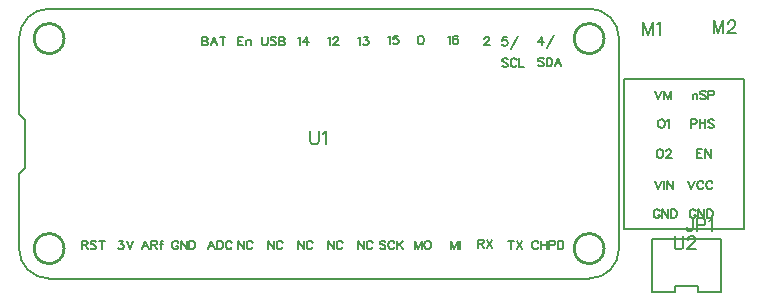
<source format=gto>
G04 Layer: TopSilkscreenLayer*
G04 EasyEDA v6.4.31, 2022-03-01 11:20:37*
G04 6713203271664cd18529d9af3764870e,10*
G04 Gerber Generator version 0.2*
G04 Scale: 100 percent, Rotated: No, Reflected: No *
G04 Dimensions in millimeters *
G04 leading zeros omitted , absolute positions ,4 integer and 5 decimal *
%FSLAX45Y45*%
%MOMM*%

%ADD10C,0.2540*%
%ADD18C,0.2032*%
%ADD19C,0.1524*%
%ADD20C,0.2007*%
%ADD21C,0.1520*%

%LPD*%
D19*
X6770370Y1182115D02*
G01*
X6770370Y1099057D01*
X6765036Y1083310D01*
X6759956Y1078229D01*
X6749541Y1073150D01*
X6739127Y1073150D01*
X6728713Y1078229D01*
X6723379Y1083310D01*
X6718300Y1099057D01*
X6718300Y1109471D01*
X6804659Y1182115D02*
G01*
X6804659Y1073150D01*
X6804659Y1182115D02*
G01*
X6851395Y1182115D01*
X6866890Y1177036D01*
X6871970Y1171702D01*
X6877304Y1161287D01*
X6877304Y1145794D01*
X6871970Y1135379D01*
X6866890Y1130300D01*
X6851395Y1124965D01*
X6804659Y1124965D01*
X6911593Y1161287D02*
G01*
X6922008Y1166621D01*
X6937502Y1182115D01*
X6937502Y1073150D01*
X1600200Y994155D02*
G01*
X1600200Y921257D01*
X1600200Y994155D02*
G01*
X1631442Y994155D01*
X1641855Y990600D01*
X1645157Y987044D01*
X1648713Y980186D01*
X1648713Y973328D01*
X1645157Y966470D01*
X1641855Y962913D01*
X1631442Y959357D01*
X1600200Y959357D01*
X1624329Y959357D02*
G01*
X1648713Y921257D01*
X1720087Y983742D02*
G01*
X1713229Y990600D01*
X1702815Y994155D01*
X1688845Y994155D01*
X1678431Y990600D01*
X1671573Y983742D01*
X1671573Y976629D01*
X1675129Y969771D01*
X1678431Y966470D01*
X1685289Y962913D01*
X1706118Y956055D01*
X1713229Y952500D01*
X1716531Y948944D01*
X1720087Y942086D01*
X1720087Y931671D01*
X1713229Y924813D01*
X1702815Y921257D01*
X1688845Y921257D01*
X1678431Y924813D01*
X1671573Y931671D01*
X1767078Y994155D02*
G01*
X1767078Y921257D01*
X1742947Y994155D02*
G01*
X1791462Y994155D01*
X2135886Y994155D02*
G01*
X2108200Y921257D01*
X2135886Y994155D02*
G01*
X2163572Y921257D01*
X2118613Y945642D02*
G01*
X2153158Y945642D01*
X2186431Y994155D02*
G01*
X2186431Y921257D01*
X2186431Y994155D02*
G01*
X2217674Y994155D01*
X2228088Y990600D01*
X2231390Y987044D01*
X2234945Y980186D01*
X2234945Y973328D01*
X2231390Y966470D01*
X2228088Y962913D01*
X2217674Y959357D01*
X2186431Y959357D01*
X2210815Y959357D02*
G01*
X2234945Y921257D01*
X2285491Y994155D02*
G01*
X2278634Y994155D01*
X2271775Y990600D01*
X2268220Y980186D01*
X2268220Y921257D01*
X2257806Y969771D02*
G01*
X2282190Y969771D01*
X1911857Y994155D02*
G01*
X1949958Y994155D01*
X1929129Y966470D01*
X1939543Y966470D01*
X1946656Y962913D01*
X1949958Y959357D01*
X1953513Y948944D01*
X1953513Y942086D01*
X1949958Y931671D01*
X1943100Y924813D01*
X1932686Y921257D01*
X1922271Y921257D01*
X1911857Y924813D01*
X1908555Y928370D01*
X1905000Y935228D01*
X1976374Y994155D02*
G01*
X2004059Y921257D01*
X2031745Y994155D02*
G01*
X2004059Y921257D01*
X3937000Y994155D02*
G01*
X3937000Y921257D01*
X3937000Y994155D02*
G01*
X3985513Y921257D01*
X3985513Y994155D02*
G01*
X3985513Y921257D01*
X4060190Y976629D02*
G01*
X4056888Y983742D01*
X4050029Y990600D01*
X4042918Y994155D01*
X4029202Y994155D01*
X4022090Y990600D01*
X4015231Y983742D01*
X4011929Y976629D01*
X4008374Y966470D01*
X4008374Y948944D01*
X4011929Y938529D01*
X4015231Y931671D01*
X4022090Y924813D01*
X4029202Y921257D01*
X4042918Y921257D01*
X4050029Y924813D01*
X4056888Y931671D01*
X4060190Y938529D01*
X3683000Y994155D02*
G01*
X3683000Y921257D01*
X3683000Y994155D02*
G01*
X3731513Y921257D01*
X3731513Y994155D02*
G01*
X3731513Y921257D01*
X3806190Y976629D02*
G01*
X3802888Y983742D01*
X3796029Y990600D01*
X3788918Y994155D01*
X3775202Y994155D01*
X3768090Y990600D01*
X3761231Y983742D01*
X3757929Y976629D01*
X3754374Y966470D01*
X3754374Y948944D01*
X3757929Y938529D01*
X3761231Y931671D01*
X3768090Y924813D01*
X3775202Y921257D01*
X3788918Y921257D01*
X3796029Y924813D01*
X3802888Y931671D01*
X3806190Y938529D01*
X3429000Y994155D02*
G01*
X3429000Y921257D01*
X3429000Y994155D02*
G01*
X3477513Y921257D01*
X3477513Y994155D02*
G01*
X3477513Y921257D01*
X3552190Y976629D02*
G01*
X3548888Y983742D01*
X3542029Y990600D01*
X3534918Y994155D01*
X3521202Y994155D01*
X3514090Y990600D01*
X3507231Y983742D01*
X3503929Y976629D01*
X3500374Y966470D01*
X3500374Y948944D01*
X3503929Y938529D01*
X3507231Y931671D01*
X3514090Y924813D01*
X3521202Y921257D01*
X3534918Y921257D01*
X3542029Y924813D01*
X3548888Y931671D01*
X3552190Y938529D01*
X3175000Y994155D02*
G01*
X3175000Y921257D01*
X3175000Y994155D02*
G01*
X3223513Y921257D01*
X3223513Y994155D02*
G01*
X3223513Y921257D01*
X3298190Y976629D02*
G01*
X3294888Y983742D01*
X3288029Y990600D01*
X3280918Y994155D01*
X3267202Y994155D01*
X3260090Y990600D01*
X3253231Y983742D01*
X3249929Y976629D01*
X3246374Y966470D01*
X3246374Y948944D01*
X3249929Y938529D01*
X3253231Y931671D01*
X3260090Y924813D01*
X3267202Y921257D01*
X3280918Y921257D01*
X3288029Y924813D01*
X3294888Y931671D01*
X3298190Y938529D01*
X2921000Y994155D02*
G01*
X2921000Y921257D01*
X2921000Y994155D02*
G01*
X2969513Y921257D01*
X2969513Y994155D02*
G01*
X2969513Y921257D01*
X3044190Y976629D02*
G01*
X3040888Y983742D01*
X3034029Y990600D01*
X3026918Y994155D01*
X3013202Y994155D01*
X3006090Y990600D01*
X2999231Y983742D01*
X2995929Y976629D01*
X2992374Y966470D01*
X2992374Y948944D01*
X2995929Y938529D01*
X2999231Y931671D01*
X3006090Y924813D01*
X3013202Y921257D01*
X3026918Y921257D01*
X3034029Y924813D01*
X3040888Y931671D01*
X3044190Y938529D01*
X2694686Y994155D02*
G01*
X2667000Y921257D01*
X2694686Y994155D02*
G01*
X2722372Y921257D01*
X2677413Y945642D02*
G01*
X2711958Y945642D01*
X2745231Y994155D02*
G01*
X2745231Y921257D01*
X2745231Y994155D02*
G01*
X2769615Y994155D01*
X2780029Y990600D01*
X2786888Y983742D01*
X2790190Y976629D01*
X2793745Y966470D01*
X2793745Y948944D01*
X2790190Y938529D01*
X2786888Y931671D01*
X2780029Y924813D01*
X2769615Y921257D01*
X2745231Y921257D01*
X2868675Y976629D02*
G01*
X2865120Y983742D01*
X2858261Y990600D01*
X2851150Y994155D01*
X2837434Y994155D01*
X2830575Y990600D01*
X2823463Y983742D01*
X2820161Y976629D01*
X2816606Y966470D01*
X2816606Y948944D01*
X2820161Y938529D01*
X2823463Y931671D01*
X2830575Y924813D01*
X2837434Y921257D01*
X2851150Y921257D01*
X2858261Y924813D01*
X2865120Y931671D01*
X2868675Y938529D01*
X4191000Y2716529D02*
G01*
X4197858Y2720086D01*
X4208272Y2730500D01*
X4208272Y2657602D01*
X4272788Y2730500D02*
G01*
X4237990Y2730500D01*
X4234688Y2699257D01*
X4237990Y2702813D01*
X4248404Y2706115D01*
X4258818Y2706115D01*
X4269231Y2702813D01*
X4276090Y2695702D01*
X4279645Y2685287D01*
X4279645Y2678429D01*
X4276090Y2668015D01*
X4269231Y2661157D01*
X4258818Y2657602D01*
X4248404Y2657602D01*
X4237990Y2661157D01*
X4234688Y2664713D01*
X4231131Y2671571D01*
X4465827Y2730500D02*
G01*
X4455413Y2726944D01*
X4448556Y2716529D01*
X4445000Y2699257D01*
X4445000Y2688844D01*
X4448556Y2671571D01*
X4455413Y2661157D01*
X4465827Y2657602D01*
X4472686Y2657602D01*
X4483100Y2661157D01*
X4489958Y2671571D01*
X4493513Y2688844D01*
X4493513Y2699257D01*
X4489958Y2716529D01*
X4483100Y2726944D01*
X4472686Y2730500D01*
X4465827Y2730500D01*
X4169156Y983742D02*
G01*
X4162297Y990600D01*
X4151884Y994155D01*
X4137913Y994155D01*
X4127500Y990600D01*
X4120641Y983742D01*
X4120641Y976629D01*
X4124197Y969771D01*
X4127500Y966470D01*
X4134611Y962913D01*
X4155186Y956055D01*
X4162297Y952500D01*
X4165600Y948944D01*
X4169156Y942086D01*
X4169156Y931671D01*
X4162297Y924813D01*
X4151884Y921257D01*
X4137913Y921257D01*
X4127500Y924813D01*
X4120641Y931671D01*
X4243831Y976629D02*
G01*
X4240529Y983742D01*
X4233672Y990600D01*
X4226559Y994155D01*
X4212843Y994155D01*
X4205731Y990600D01*
X4198874Y983742D01*
X4195572Y976629D01*
X4192015Y966470D01*
X4192015Y948944D01*
X4195572Y938529D01*
X4198874Y931671D01*
X4205731Y924813D01*
X4212843Y921257D01*
X4226559Y921257D01*
X4233672Y924813D01*
X4240529Y931671D01*
X4243831Y938529D01*
X4266691Y994155D02*
G01*
X4266691Y921257D01*
X4315206Y994155D02*
G01*
X4266691Y945642D01*
X4284218Y962913D02*
G01*
X4315206Y921257D01*
X4420108Y994155D02*
G01*
X4420108Y921257D01*
X4420108Y994155D02*
G01*
X4447793Y921257D01*
X4475479Y994155D02*
G01*
X4447793Y921257D01*
X4475479Y994155D02*
G01*
X4475479Y921257D01*
X4519168Y994155D02*
G01*
X4512309Y990600D01*
X4505197Y983742D01*
X4501895Y976629D01*
X4498340Y966470D01*
X4498340Y948944D01*
X4501895Y938529D01*
X4505197Y931671D01*
X4512309Y924813D01*
X4519168Y921257D01*
X4533138Y921257D01*
X4539995Y924813D01*
X4546854Y931671D01*
X4550409Y938529D01*
X4553711Y948944D01*
X4553711Y966470D01*
X4550409Y976629D01*
X4546854Y983742D01*
X4539995Y990600D01*
X4533138Y994155D01*
X4519168Y994155D01*
X4724908Y994155D02*
G01*
X4724908Y921257D01*
X4724908Y994155D02*
G01*
X4752593Y921257D01*
X4780279Y994155D02*
G01*
X4752593Y921257D01*
X4780279Y994155D02*
G01*
X4780279Y921257D01*
X4803140Y994155D02*
G01*
X4803140Y921257D01*
X5197856Y2716784D02*
G01*
X5163058Y2716784D01*
X5159756Y2685542D01*
X5163058Y2689097D01*
X5173472Y2692400D01*
X5183886Y2692400D01*
X5194300Y2689097D01*
X5201158Y2681986D01*
X5204713Y2671571D01*
X5204713Y2664713D01*
X5201158Y2654300D01*
X5194300Y2647442D01*
X5183886Y2643886D01*
X5173472Y2643886D01*
X5163058Y2647442D01*
X5159756Y2650997D01*
X5156200Y2657855D01*
X5289804Y2730500D02*
G01*
X5227574Y2619755D01*
X5204713Y2528570D02*
G01*
X5197856Y2535428D01*
X5187441Y2538984D01*
X5173472Y2538984D01*
X5163058Y2535428D01*
X5156200Y2528570D01*
X5156200Y2521457D01*
X5159756Y2514600D01*
X5163058Y2511297D01*
X5170170Y2507742D01*
X5190743Y2500884D01*
X5197856Y2497328D01*
X5201158Y2493771D01*
X5204713Y2486913D01*
X5204713Y2476500D01*
X5197856Y2469642D01*
X5187441Y2466086D01*
X5173472Y2466086D01*
X5163058Y2469642D01*
X5156200Y2476500D01*
X5279390Y2521457D02*
G01*
X5276088Y2528570D01*
X5269229Y2535428D01*
X5262118Y2538984D01*
X5248402Y2538984D01*
X5241290Y2535428D01*
X5234431Y2528570D01*
X5231129Y2521457D01*
X5227574Y2511297D01*
X5227574Y2493771D01*
X5231129Y2483357D01*
X5234431Y2476500D01*
X5241290Y2469642D01*
X5248402Y2466086D01*
X5262118Y2466086D01*
X5269229Y2469642D01*
X5276088Y2476500D01*
X5279390Y2483357D01*
X5302250Y2538984D02*
G01*
X5302250Y2466086D01*
X5302250Y2466086D02*
G01*
X5343906Y2466086D01*
X4953000Y1003300D02*
G01*
X4953000Y930402D01*
X4953000Y1003300D02*
G01*
X4984241Y1003300D01*
X4994656Y999744D01*
X4997958Y996187D01*
X5001513Y989329D01*
X5001513Y982471D01*
X4997958Y975613D01*
X4994656Y972057D01*
X4984241Y968502D01*
X4953000Y968502D01*
X4977129Y968502D02*
G01*
X5001513Y930402D01*
X5024374Y1003300D02*
G01*
X5072888Y930402D01*
X5072888Y1003300D02*
G01*
X5024374Y930402D01*
X2616200Y2721355D02*
G01*
X2616200Y2648457D01*
X2616200Y2721355D02*
G01*
X2647441Y2721355D01*
X2657856Y2717800D01*
X2661158Y2714244D01*
X2664713Y2707386D01*
X2664713Y2700528D01*
X2661158Y2693670D01*
X2657856Y2690113D01*
X2647441Y2686557D01*
X2616200Y2686557D02*
G01*
X2647441Y2686557D01*
X2657856Y2683255D01*
X2661158Y2679700D01*
X2664713Y2672842D01*
X2664713Y2662428D01*
X2661158Y2655570D01*
X2657856Y2652013D01*
X2647441Y2648457D01*
X2616200Y2648457D01*
X2715259Y2721355D02*
G01*
X2687574Y2648457D01*
X2715259Y2721355D02*
G01*
X2742945Y2648457D01*
X2697988Y2672842D02*
G01*
X2732531Y2672842D01*
X2790190Y2721355D02*
G01*
X2790190Y2648457D01*
X2765806Y2721355D02*
G01*
X2814320Y2721355D01*
X2921000Y2721355D02*
G01*
X2921000Y2648457D01*
X2921000Y2721355D02*
G01*
X2965958Y2721355D01*
X2921000Y2686557D02*
G01*
X2948686Y2686557D01*
X2921000Y2648457D02*
G01*
X2965958Y2648457D01*
X2988818Y2696971D02*
G01*
X2988818Y2648457D01*
X2988818Y2683255D02*
G01*
X2999231Y2693670D01*
X3006090Y2696971D01*
X3016504Y2696971D01*
X3023615Y2693670D01*
X3026918Y2683255D01*
X3026918Y2648457D01*
X3124200Y2721355D02*
G01*
X3124200Y2669286D01*
X3127756Y2658871D01*
X3134613Y2652013D01*
X3145027Y2648457D01*
X3151886Y2648457D01*
X3162300Y2652013D01*
X3169158Y2658871D01*
X3172713Y2669286D01*
X3172713Y2721355D01*
X3244088Y2710942D02*
G01*
X3237229Y2717800D01*
X3226815Y2721355D01*
X3212845Y2721355D01*
X3202431Y2717800D01*
X3195574Y2710942D01*
X3195574Y2703829D01*
X3199129Y2696971D01*
X3202431Y2693670D01*
X3209290Y2690113D01*
X3230118Y2683255D01*
X3237229Y2679700D01*
X3240531Y2676144D01*
X3244088Y2669286D01*
X3244088Y2658871D01*
X3237229Y2652013D01*
X3226815Y2648457D01*
X3212845Y2648457D01*
X3202431Y2652013D01*
X3195574Y2658871D01*
X3266947Y2721355D02*
G01*
X3266947Y2648457D01*
X3266947Y2721355D02*
G01*
X3298190Y2721355D01*
X3308350Y2717800D01*
X3311906Y2714244D01*
X3315461Y2707386D01*
X3315461Y2700528D01*
X3311906Y2693670D01*
X3308350Y2690113D01*
X3298190Y2686557D01*
X3266947Y2686557D02*
G01*
X3298190Y2686557D01*
X3308350Y2683255D01*
X3311906Y2679700D01*
X3315461Y2672842D01*
X3315461Y2662428D01*
X3311906Y2655570D01*
X3308350Y2652013D01*
X3298190Y2648457D01*
X3266947Y2648457D01*
X3429000Y2707386D02*
G01*
X3435858Y2710942D01*
X3446272Y2721355D01*
X3446272Y2648457D01*
X3503929Y2721355D02*
G01*
X3469131Y2672842D01*
X3521202Y2672842D01*
X3503929Y2721355D02*
G01*
X3503929Y2648457D01*
X5495543Y2721355D02*
G01*
X5461000Y2672842D01*
X5513070Y2672842D01*
X5495543Y2721355D02*
G01*
X5495543Y2648457D01*
X5598159Y2735071D02*
G01*
X5535929Y2624328D01*
X5509513Y2533142D02*
G01*
X5502656Y2540000D01*
X5492241Y2543555D01*
X5478272Y2543555D01*
X5467858Y2540000D01*
X5461000Y2533142D01*
X5461000Y2526029D01*
X5464556Y2519171D01*
X5467858Y2515870D01*
X5474970Y2512313D01*
X5495543Y2505455D01*
X5502656Y2501900D01*
X5505958Y2498344D01*
X5509513Y2491486D01*
X5509513Y2481071D01*
X5502656Y2474213D01*
X5492241Y2470657D01*
X5478272Y2470657D01*
X5467858Y2474213D01*
X5461000Y2481071D01*
X5532374Y2543555D02*
G01*
X5532374Y2470657D01*
X5532374Y2543555D02*
G01*
X5556504Y2543555D01*
X5566918Y2540000D01*
X5574029Y2533142D01*
X5577331Y2526029D01*
X5580888Y2515870D01*
X5580888Y2498344D01*
X5577331Y2487929D01*
X5574029Y2481071D01*
X5566918Y2474213D01*
X5556504Y2470657D01*
X5532374Y2470657D01*
X5631434Y2543555D02*
G01*
X5603747Y2470657D01*
X5631434Y2543555D02*
G01*
X5659120Y2470657D01*
X5614161Y2495042D02*
G01*
X5648706Y2495042D01*
X5231129Y994155D02*
G01*
X5231129Y921257D01*
X5207000Y994155D02*
G01*
X5255513Y994155D01*
X5278374Y994155D02*
G01*
X5326888Y921257D01*
X5326888Y994155D02*
G01*
X5278374Y921257D01*
X4699000Y2716529D02*
G01*
X4705858Y2720086D01*
X4716272Y2730500D01*
X4716272Y2657602D01*
X4780788Y2720086D02*
G01*
X4777231Y2726944D01*
X4766818Y2730500D01*
X4759959Y2730500D01*
X4749545Y2726944D01*
X4742688Y2716529D01*
X4739131Y2699257D01*
X4739131Y2681986D01*
X4742688Y2668015D01*
X4749545Y2661157D01*
X4759959Y2657602D01*
X4763515Y2657602D01*
X4773929Y2661157D01*
X4780788Y2668015D01*
X4784090Y2678429D01*
X4784090Y2681986D01*
X4780788Y2692400D01*
X4773929Y2699257D01*
X4763515Y2702813D01*
X4759959Y2702813D01*
X4749545Y2699257D01*
X4742688Y2692400D01*
X4739131Y2681986D01*
X2414270Y976629D02*
G01*
X2410713Y983742D01*
X2403856Y990600D01*
X2396743Y994155D01*
X2383027Y994155D01*
X2376170Y990600D01*
X2369058Y983742D01*
X2365756Y976629D01*
X2362200Y966470D01*
X2362200Y948944D01*
X2365756Y938529D01*
X2369058Y931671D01*
X2376170Y924813D01*
X2383027Y921257D01*
X2396743Y921257D01*
X2403856Y924813D01*
X2410713Y931671D01*
X2414270Y938529D01*
X2414270Y948944D01*
X2396743Y948944D02*
G01*
X2414270Y948944D01*
X2437129Y994155D02*
G01*
X2437129Y921257D01*
X2437129Y994155D02*
G01*
X2485390Y921257D01*
X2485390Y994155D02*
G01*
X2485390Y921257D01*
X2508250Y994155D02*
G01*
X2508250Y921257D01*
X2508250Y994155D02*
G01*
X2532634Y994155D01*
X2543047Y990600D01*
X2549906Y983742D01*
X2553461Y976629D01*
X2556763Y966470D01*
X2556763Y948944D01*
X2553461Y938529D01*
X2549906Y931671D01*
X2543047Y924813D01*
X2532634Y921257D01*
X2508250Y921257D01*
X5462270Y976629D02*
G01*
X5458713Y983742D01*
X5451856Y990600D01*
X5444743Y994155D01*
X5431027Y994155D01*
X5424170Y990600D01*
X5417058Y983742D01*
X5413756Y976629D01*
X5410200Y966470D01*
X5410200Y948944D01*
X5413756Y938529D01*
X5417058Y931671D01*
X5424170Y924813D01*
X5431027Y921257D01*
X5444743Y921257D01*
X5451856Y924813D01*
X5458713Y931671D01*
X5462270Y938529D01*
X5485129Y994155D02*
G01*
X5485129Y921257D01*
X5533390Y994155D02*
G01*
X5533390Y921257D01*
X5485129Y959357D02*
G01*
X5533390Y959357D01*
X5556250Y994155D02*
G01*
X5556250Y921257D01*
X5556250Y994155D02*
G01*
X5587491Y994155D01*
X5597906Y990600D01*
X5601461Y987044D01*
X5604763Y980186D01*
X5604763Y969771D01*
X5601461Y962913D01*
X5597906Y959357D01*
X5587491Y956055D01*
X5556250Y956055D01*
X5627624Y994155D02*
G01*
X5627624Y921257D01*
X5627624Y994155D02*
G01*
X5652008Y994155D01*
X5662422Y990600D01*
X5669279Y983742D01*
X5672836Y976629D01*
X5676138Y966470D01*
X5676138Y948944D01*
X5672836Y938529D01*
X5669279Y931671D01*
X5662422Y924813D01*
X5652008Y921257D01*
X5627624Y921257D01*
X5007356Y2703829D02*
G01*
X5007356Y2707386D01*
X5010658Y2714244D01*
X5014213Y2717800D01*
X5021072Y2721355D01*
X5035041Y2721355D01*
X5041900Y2717800D01*
X5045456Y2714244D01*
X5048758Y2707386D01*
X5048758Y2700528D01*
X5045456Y2693670D01*
X5038343Y2683255D01*
X5003800Y2648457D01*
X5052313Y2648457D01*
X3683000Y2707386D02*
G01*
X3689858Y2710942D01*
X3700272Y2721355D01*
X3700272Y2648457D01*
X3726688Y2703829D02*
G01*
X3726688Y2707386D01*
X3729990Y2714244D01*
X3733545Y2717800D01*
X3740404Y2721355D01*
X3754374Y2721355D01*
X3761231Y2717800D01*
X3764788Y2714244D01*
X3768090Y2707386D01*
X3768090Y2700528D01*
X3764788Y2693670D01*
X3757929Y2683255D01*
X3723131Y2648457D01*
X3771645Y2648457D01*
X3937000Y2707386D02*
G01*
X3943858Y2710942D01*
X3954272Y2721355D01*
X3954272Y2648457D01*
X3983990Y2721355D02*
G01*
X4022090Y2721355D01*
X4001515Y2693670D01*
X4011929Y2693670D01*
X4018788Y2690113D01*
X4022090Y2686557D01*
X4025645Y2676144D01*
X4025645Y2669286D01*
X4022090Y2658871D01*
X4015231Y2652013D01*
X4004818Y2648457D01*
X3994404Y2648457D01*
X3983990Y2652013D01*
X3980688Y2655570D01*
X3977131Y2662428D01*
X3530600Y1918715D02*
G01*
X3530600Y1840737D01*
X3535679Y1825244D01*
X3546093Y1814829D01*
X3561841Y1809750D01*
X3572256Y1809750D01*
X3587750Y1814829D01*
X3598163Y1825244D01*
X3603243Y1840737D01*
X3603243Y1918715D01*
X3637534Y1897887D02*
G01*
X3647947Y1903221D01*
X3663695Y1918715D01*
X3663695Y1809750D01*
X6350000Y2845815D02*
G01*
X6350000Y2736850D01*
X6350000Y2845815D02*
G01*
X6391656Y2736850D01*
X6433058Y2845815D02*
G01*
X6391656Y2736850D01*
X6433058Y2845815D02*
G01*
X6433058Y2736850D01*
X6467347Y2824987D02*
G01*
X6477761Y2830321D01*
X6493509Y2845815D01*
X6493509Y2736850D01*
X6946900Y2858515D02*
G01*
X6946900Y2749550D01*
X6946900Y2858515D02*
G01*
X6988556Y2749550D01*
X7029958Y2858515D02*
G01*
X6988556Y2749550D01*
X7029958Y2858515D02*
G01*
X7029958Y2749550D01*
X7069581Y2832607D02*
G01*
X7069581Y2837687D01*
X7074661Y2848102D01*
X7079995Y2853436D01*
X7090409Y2858515D01*
X7110984Y2858515D01*
X7121397Y2853436D01*
X7126731Y2848102D01*
X7131811Y2837687D01*
X7131811Y2827273D01*
X7126731Y2816860D01*
X7116318Y2801365D01*
X7064247Y2749550D01*
X7137145Y2749550D01*
D21*
X6807200Y1768855D02*
G01*
X6807200Y1695957D01*
X6807200Y1768855D02*
G01*
X6852158Y1768855D01*
X6807200Y1734057D02*
G01*
X6834886Y1734057D01*
X6807200Y1695957D02*
G01*
X6852158Y1695957D01*
X6875018Y1768855D02*
G01*
X6875018Y1695957D01*
X6875018Y1768855D02*
G01*
X6923531Y1695957D01*
X6923531Y1768855D02*
G01*
X6923531Y1695957D01*
X6731000Y1502155D02*
G01*
X6758686Y1429257D01*
X6786372Y1502155D02*
G01*
X6758686Y1429257D01*
X6861302Y1484629D02*
G01*
X6857745Y1491742D01*
X6850888Y1498600D01*
X6844029Y1502155D01*
X6830059Y1502155D01*
X6823202Y1498600D01*
X6816090Y1491742D01*
X6812788Y1484629D01*
X6809231Y1474470D01*
X6809231Y1456944D01*
X6812788Y1446529D01*
X6816090Y1439671D01*
X6823202Y1432813D01*
X6830059Y1429257D01*
X6844029Y1429257D01*
X6850888Y1432813D01*
X6857745Y1439671D01*
X6861302Y1446529D01*
X6935977Y1484629D02*
G01*
X6932675Y1491742D01*
X6925563Y1498600D01*
X6918706Y1502155D01*
X6904990Y1502155D01*
X6897877Y1498600D01*
X6891020Y1491742D01*
X6887463Y1484629D01*
X6884161Y1474470D01*
X6884161Y1456944D01*
X6887463Y1446529D01*
X6891020Y1439671D01*
X6897877Y1432813D01*
X6904990Y1429257D01*
X6918706Y1429257D01*
X6925563Y1432813D01*
X6932675Y1439671D01*
X6935977Y1446529D01*
X6490970Y1243329D02*
G01*
X6487413Y1250442D01*
X6480556Y1257300D01*
X6473443Y1260855D01*
X6459727Y1260855D01*
X6452870Y1257300D01*
X6445758Y1250442D01*
X6442456Y1243329D01*
X6438900Y1233170D01*
X6438900Y1215644D01*
X6442456Y1205229D01*
X6445758Y1198371D01*
X6452870Y1191513D01*
X6459727Y1187957D01*
X6473443Y1187957D01*
X6480556Y1191513D01*
X6487413Y1198371D01*
X6490970Y1205229D01*
X6490970Y1215644D01*
X6473443Y1215644D02*
G01*
X6490970Y1215644D01*
X6513829Y1260855D02*
G01*
X6513829Y1187957D01*
X6513829Y1260855D02*
G01*
X6562090Y1187957D01*
X6562090Y1260855D02*
G01*
X6562090Y1187957D01*
X6584950Y1260855D02*
G01*
X6584950Y1187957D01*
X6584950Y1260855D02*
G01*
X6609334Y1260855D01*
X6619747Y1257300D01*
X6626606Y1250442D01*
X6630161Y1243329D01*
X6633463Y1233170D01*
X6633463Y1215644D01*
X6630161Y1205229D01*
X6626606Y1198371D01*
X6619747Y1191513D01*
X6609334Y1187957D01*
X6584950Y1187957D01*
X6451600Y1502155D02*
G01*
X6479286Y1429257D01*
X6506972Y1502155D02*
G01*
X6479286Y1429257D01*
X6529831Y1502155D02*
G01*
X6529831Y1429257D01*
X6552691Y1502155D02*
G01*
X6552691Y1429257D01*
X6552691Y1502155D02*
G01*
X6601206Y1429257D01*
X6601206Y1502155D02*
G01*
X6601206Y1429257D01*
X6485127Y1768855D02*
G01*
X6478270Y1765300D01*
X6471158Y1758442D01*
X6467856Y1751329D01*
X6464300Y1741170D01*
X6464300Y1723644D01*
X6467856Y1713229D01*
X6471158Y1706371D01*
X6478270Y1699513D01*
X6485127Y1695957D01*
X6498843Y1695957D01*
X6505956Y1699513D01*
X6512813Y1706371D01*
X6516370Y1713229D01*
X6519672Y1723644D01*
X6519672Y1741170D01*
X6516370Y1751329D01*
X6512813Y1758442D01*
X6505956Y1765300D01*
X6498843Y1768855D01*
X6485127Y1768855D01*
X6546088Y1751329D02*
G01*
X6546088Y1754886D01*
X6549390Y1761744D01*
X6552945Y1765300D01*
X6559804Y1768855D01*
X6573774Y1768855D01*
X6580631Y1765300D01*
X6584188Y1761744D01*
X6587490Y1754886D01*
X6587490Y1748028D01*
X6584188Y1741170D01*
X6577329Y1730755D01*
X6542531Y1695957D01*
X6591045Y1695957D01*
X6497827Y2022855D02*
G01*
X6490970Y2019300D01*
X6483858Y2012442D01*
X6480556Y2005329D01*
X6477000Y1995170D01*
X6477000Y1977644D01*
X6480556Y1967229D01*
X6483858Y1960371D01*
X6490970Y1953513D01*
X6497827Y1949957D01*
X6511543Y1949957D01*
X6518656Y1953513D01*
X6525513Y1960371D01*
X6529070Y1967229D01*
X6532372Y1977644D01*
X6532372Y1995170D01*
X6529070Y2005329D01*
X6525513Y2012442D01*
X6518656Y2019300D01*
X6511543Y2022855D01*
X6497827Y2022855D01*
X6555231Y2008886D02*
G01*
X6562090Y2012442D01*
X6572504Y2022855D01*
X6572504Y1949957D01*
X6451600Y2264155D02*
G01*
X6479286Y2191257D01*
X6506972Y2264155D02*
G01*
X6479286Y2191257D01*
X6529831Y2264155D02*
G01*
X6529831Y2191257D01*
X6529831Y2264155D02*
G01*
X6557518Y2191257D01*
X6585204Y2264155D02*
G01*
X6557518Y2191257D01*
X6585204Y2264155D02*
G01*
X6585204Y2191257D01*
X6769100Y2239771D02*
G01*
X6769100Y2191257D01*
X6769100Y2226055D02*
G01*
X6779513Y2236470D01*
X6786372Y2239771D01*
X6796786Y2239771D01*
X6803643Y2236470D01*
X6807200Y2226055D01*
X6807200Y2191257D01*
X6878574Y2253742D02*
G01*
X6871715Y2260600D01*
X6861302Y2264155D01*
X6847331Y2264155D01*
X6836918Y2260600D01*
X6830059Y2253742D01*
X6830059Y2246629D01*
X6833615Y2239771D01*
X6836918Y2236470D01*
X6844029Y2232913D01*
X6864604Y2226055D01*
X6871715Y2222500D01*
X6875018Y2218944D01*
X6878574Y2212086D01*
X6878574Y2201671D01*
X6871715Y2194813D01*
X6861302Y2191257D01*
X6847331Y2191257D01*
X6836918Y2194813D01*
X6830059Y2201671D01*
X6901434Y2264155D02*
G01*
X6901434Y2191257D01*
X6901434Y2264155D02*
G01*
X6932675Y2264155D01*
X6943090Y2260600D01*
X6946391Y2257044D01*
X6949947Y2250186D01*
X6949947Y2239771D01*
X6946391Y2232913D01*
X6943090Y2229357D01*
X6932675Y2226055D01*
X6901434Y2226055D01*
X6756400Y2022855D02*
G01*
X6756400Y1949957D01*
X6756400Y2022855D02*
G01*
X6787641Y2022855D01*
X6798056Y2019300D01*
X6801358Y2015744D01*
X6804913Y2008886D01*
X6804913Y1998471D01*
X6801358Y1991613D01*
X6798056Y1988057D01*
X6787641Y1984755D01*
X6756400Y1984755D01*
X6827774Y2022855D02*
G01*
X6827774Y1949957D01*
X6876288Y2022855D02*
G01*
X6876288Y1949957D01*
X6827774Y1988057D02*
G01*
X6876288Y1988057D01*
X6947661Y2012442D02*
G01*
X6940550Y2019300D01*
X6930390Y2022855D01*
X6916420Y2022855D01*
X6906006Y2019300D01*
X6899147Y2012442D01*
X6899147Y2005329D01*
X6902450Y1998471D01*
X6906006Y1995170D01*
X6912863Y1991613D01*
X6933691Y1984755D01*
X6940550Y1981200D01*
X6944106Y1977644D01*
X6947661Y1970786D01*
X6947661Y1960371D01*
X6940550Y1953513D01*
X6930390Y1949957D01*
X6916420Y1949957D01*
X6906006Y1953513D01*
X6899147Y1960371D01*
X6795770Y1243329D02*
G01*
X6792213Y1250442D01*
X6785356Y1257300D01*
X6778243Y1260855D01*
X6764527Y1260855D01*
X6757670Y1257300D01*
X6750558Y1250442D01*
X6747256Y1243329D01*
X6743700Y1233170D01*
X6743700Y1215644D01*
X6747256Y1205229D01*
X6750558Y1198371D01*
X6757670Y1191513D01*
X6764527Y1187957D01*
X6778243Y1187957D01*
X6785356Y1191513D01*
X6792213Y1198371D01*
X6795770Y1205229D01*
X6795770Y1215644D01*
X6778243Y1215644D02*
G01*
X6795770Y1215644D01*
X6818629Y1260855D02*
G01*
X6818629Y1187957D01*
X6818629Y1260855D02*
G01*
X6866890Y1187957D01*
X6866890Y1260855D02*
G01*
X6866890Y1187957D01*
X6889750Y1260855D02*
G01*
X6889750Y1187957D01*
X6889750Y1260855D02*
G01*
X6914134Y1260855D01*
X6924547Y1257300D01*
X6931406Y1250442D01*
X6934961Y1243329D01*
X6938263Y1233170D01*
X6938263Y1215644D01*
X6934961Y1205229D01*
X6931406Y1198371D01*
X6924547Y1191513D01*
X6914134Y1187957D01*
X6889750Y1187957D01*
D19*
X6616700Y1029715D02*
G01*
X6616700Y951737D01*
X6621779Y936244D01*
X6632193Y925829D01*
X6647941Y920750D01*
X6658356Y920750D01*
X6673850Y925829D01*
X6684263Y936244D01*
X6689343Y951737D01*
X6689343Y1029715D01*
X6728968Y1003807D02*
G01*
X6728968Y1008887D01*
X6734047Y1019302D01*
X6739381Y1024636D01*
X6749795Y1029715D01*
X6770370Y1029715D01*
X6780784Y1024636D01*
X6786118Y1019302D01*
X6791197Y1008887D01*
X6791197Y998473D01*
X6786118Y988060D01*
X6775704Y972565D01*
X6723634Y920750D01*
X6796531Y920750D01*
D18*
X6818299Y612394D02*
G01*
X6618300Y612394D01*
X6618300Y562406D01*
X6423304Y562406D01*
X6423304Y1012393D01*
X7013295Y1012393D01*
X7013295Y562406D01*
X6818299Y562406D01*
X6818299Y612394D01*
D19*
X1320800Y673100D02*
G01*
X5892800Y673100D01*
D20*
X2590800Y2959100D02*
G01*
X2781300Y2959100D01*
X5448300Y673100D02*
G01*
X1574800Y673100D01*
X5638800Y673100D02*
G01*
X5448300Y673100D01*
D19*
X1066800Y2705100D02*
G01*
X1066800Y2070100D01*
X1117600Y2019300D01*
X1117600Y1612900D01*
X1066800Y1562100D01*
X1066800Y927100D01*
X5892800Y2959100D02*
G01*
X1320800Y2959100D01*
X6146800Y927100D02*
G01*
X6146800Y2705100D01*
D18*
X7200900Y1092200D02*
G01*
X6184900Y1092200D01*
X6184900Y2362200D01*
X7200900Y2362200D02*
G01*
X6184900Y2362200D01*
X7200900Y2362200D02*
G01*
X7200900Y1092200D01*
D19*
G75*
G01*
X5892790Y673100D02*
G03*
X6146790Y927100I0J253999D01*
G75*
G01*
X6146790Y2705095D02*
G03*
X5892790Y2959095I-254000J0D01*
G75*
G01*
X1320800Y2959095D02*
G03*
X1066800Y2705095I-1J-254000D01*
G75*
G01*
X1066800Y927100D02*
G03*
X1320800Y673100I253999J-1D01*
D10*
G75*
G01
X1447800Y2705100D02*
G03X1447800Y2705100I-127000J0D01*
G75*
G01
X1447800Y927100D02*
G03X1447800Y927100I-127000J0D01*
G75*
G01
X6019800Y927100D02*
G03X6019800Y927100I-127000J0D01*
G75*
G01
X6019800Y2705100D02*
G03X6019800Y2705100I-127000J0D01*
M02*

</source>
